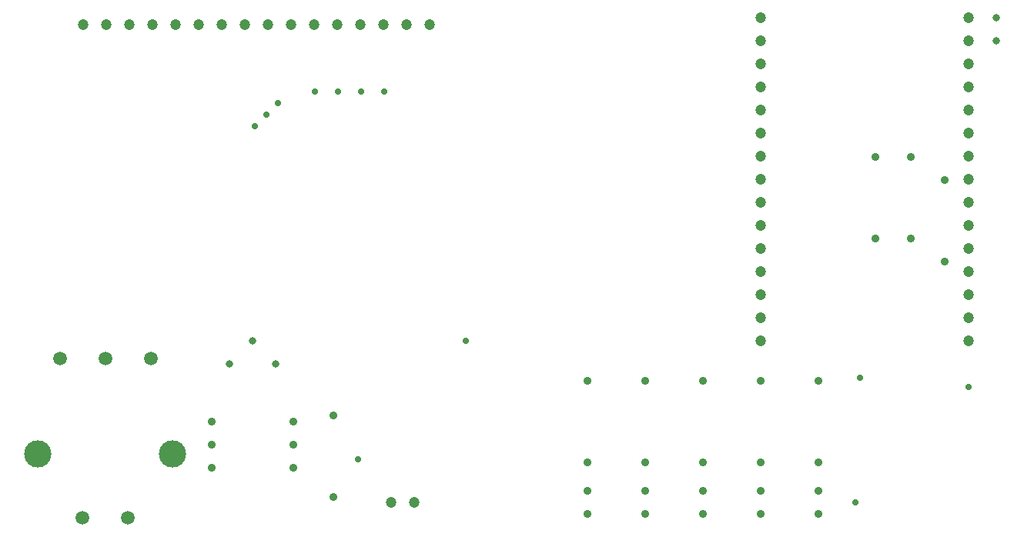
<source format=gbr>
%TF.GenerationSoftware,Altium Limited,Altium Designer,24.9.1 (31)*%
G04 Layer_Color=0*
%FSLAX45Y45*%
%MOMM*%
%TF.SameCoordinates,93858F84-5B26-42CC-8C8E-0B90E3909A9F*%
%TF.FilePolarity,Positive*%
%TF.FileFunction,Plated,1,2,PTH,Drill*%
%TF.Part,Single*%
G01*
G75*
%TA.AperFunction,ComponentDrill*%
%ADD53C,3.00000*%
%ADD54C,1.20000*%
%TA.AperFunction,OtherDrill,Pad Free-4 (136.398mm,120.65mm)*%
%ADD55C,0.80000*%
%TA.AperFunction,OtherDrill,Pad Free-3 (136.398mm,123.19mm)*%
%ADD56C,0.80000*%
%TA.AperFunction,ComponentDrill*%
%ADD57C,0.90000*%
%ADD58C,1.50000*%
%ADD59C,0.80000*%
%ADD60C,0.90000*%
%TA.AperFunction,ViaDrill,NotFilled*%
%ADD61C,0.70000*%
D53*
X4580103Y7522500D02*
D03*
X3100100D02*
D03*
D54*
X7408001Y12243999D02*
D03*
X7154001D02*
D03*
X6900001D02*
D03*
X6646001D02*
D03*
X6392001D02*
D03*
X6138001D02*
D03*
X5884001D02*
D03*
X5630001D02*
D03*
X5376001D02*
D03*
X5122001D02*
D03*
X4868001D02*
D03*
X4614001D02*
D03*
X4360001D02*
D03*
X4106001D02*
D03*
X3852001D02*
D03*
X3598001D02*
D03*
X11049000Y8763000D02*
D03*
Y9017000D02*
D03*
Y9271000D02*
D03*
Y9525000D02*
D03*
Y9779000D02*
D03*
Y10033000D02*
D03*
Y10287000D02*
D03*
Y10541000D02*
D03*
Y10795000D02*
D03*
Y11049000D02*
D03*
Y11303000D02*
D03*
Y11557000D02*
D03*
Y11811000D02*
D03*
Y12065000D02*
D03*
Y12319000D02*
D03*
X13335001D02*
D03*
Y12065000D02*
D03*
Y11811000D02*
D03*
Y11557000D02*
D03*
Y11303000D02*
D03*
Y11049000D02*
D03*
Y10795000D02*
D03*
Y10541000D02*
D03*
Y10287000D02*
D03*
Y10033000D02*
D03*
Y9779000D02*
D03*
Y9525000D02*
D03*
Y9271000D02*
D03*
Y9017000D02*
D03*
Y8763000D02*
D03*
X7239000Y6985000D02*
D03*
X6985000D02*
D03*
D55*
X13639799Y12065000D02*
D03*
D56*
Y12319000D02*
D03*
D57*
X9144000Y7423998D02*
D03*
Y8324002D02*
D03*
X13068300Y9633798D02*
D03*
Y10533802D02*
D03*
X12306300Y10787802D02*
D03*
Y9887798D02*
D03*
X12700000D02*
D03*
Y10787802D02*
D03*
X11684000Y6858000D02*
D03*
Y7112000D02*
D03*
X9779000Y8324002D02*
D03*
Y7423998D02*
D03*
X9144000Y6858000D02*
D03*
Y7112000D02*
D03*
X9779000Y6858000D02*
D03*
Y7112000D02*
D03*
X11684000Y8324002D02*
D03*
Y7423998D02*
D03*
X11049000Y8324002D02*
D03*
Y7423998D02*
D03*
X10414000Y8324002D02*
D03*
Y7423998D02*
D03*
Y6858000D02*
D03*
Y7112000D02*
D03*
X11049000Y6858000D02*
D03*
Y7112000D02*
D03*
X6350000Y7943002D02*
D03*
Y7042998D02*
D03*
D58*
X4340103Y8572500D02*
D03*
X3840099D02*
D03*
X3340100D02*
D03*
X4090101Y6822501D02*
D03*
X3590102D02*
D03*
D59*
X5207000Y8509000D02*
D03*
X5461000Y8763000D02*
D03*
X5715000Y8509000D02*
D03*
D60*
X5911002Y7874000D02*
D03*
X5010998D02*
D03*
X5911002Y7366000D02*
D03*
X5010998D02*
D03*
X5911002Y7620000D02*
D03*
X5010998D02*
D03*
D61*
X13335001Y8255000D02*
D03*
X6621780Y7459980D02*
D03*
X12141200Y8356600D02*
D03*
X12090400Y6990080D02*
D03*
X6908800Y11506200D02*
D03*
X6654800D02*
D03*
X6400800D02*
D03*
X6146800D02*
D03*
X5740400Y11379200D02*
D03*
X5613400Y11252200D02*
D03*
X5486400Y11125200D02*
D03*
X7803358Y8763000D02*
D03*
%TF.MD5,425be2778d80dd7cbcf7d321f9624ae9*%
M02*

</source>
